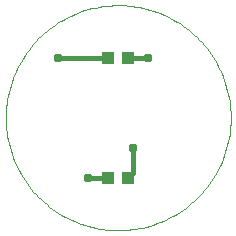
<source format=gtl>
G75*
%MOIN*%
%OFA0B0*%
%FSLAX24Y24*%
%IPPOS*%
%LPD*%
%AMOC8*
5,1,8,0,0,1.08239X$1,22.5*
%
%ADD10C,0.0010*%
%ADD11R,0.0433X0.0394*%
%ADD12C,0.0310*%
%ADD13C,0.0160*%
D10*
X000125Y003875D02*
X000127Y003997D01*
X000133Y004119D01*
X000143Y004241D01*
X000157Y004362D01*
X000175Y004483D01*
X000196Y004603D01*
X000222Y004722D01*
X000251Y004841D01*
X000285Y004958D01*
X000322Y005074D01*
X000363Y005189D01*
X000408Y005303D01*
X000456Y005415D01*
X000508Y005526D01*
X000563Y005634D01*
X000622Y005741D01*
X000685Y005846D01*
X000751Y005949D01*
X000820Y006049D01*
X000892Y006148D01*
X000968Y006244D01*
X001046Y006337D01*
X001128Y006428D01*
X001213Y006516D01*
X001300Y006601D01*
X001390Y006683D01*
X001483Y006763D01*
X001578Y006839D01*
X001676Y006912D01*
X001776Y006982D01*
X001878Y007049D01*
X001982Y007112D01*
X002089Y007172D01*
X002197Y007229D01*
X002307Y007281D01*
X002419Y007331D01*
X002532Y007376D01*
X002647Y007418D01*
X002763Y007456D01*
X002880Y007491D01*
X002998Y007521D01*
X003117Y007548D01*
X003237Y007570D01*
X003358Y007589D01*
X003479Y007604D01*
X003601Y007615D01*
X003722Y007622D01*
X003844Y007625D01*
X003967Y007624D01*
X004089Y007619D01*
X004210Y007610D01*
X004332Y007597D01*
X004453Y007580D01*
X004573Y007559D01*
X004692Y007535D01*
X004811Y007506D01*
X004929Y007474D01*
X005045Y007438D01*
X005161Y007398D01*
X005275Y007354D01*
X005387Y007307D01*
X005498Y007256D01*
X005607Y007201D01*
X005715Y007143D01*
X005820Y007081D01*
X005923Y007016D01*
X006025Y006948D01*
X006123Y006876D01*
X006220Y006801D01*
X006314Y006724D01*
X006405Y006643D01*
X006494Y006559D01*
X006580Y006472D01*
X006663Y006383D01*
X006743Y006291D01*
X006820Y006196D01*
X006894Y006099D01*
X006965Y005999D01*
X007033Y005898D01*
X007097Y005794D01*
X007158Y005688D01*
X007215Y005580D01*
X007269Y005471D01*
X007319Y005359D01*
X007365Y005246D01*
X007408Y005132D01*
X007447Y005016D01*
X007482Y004900D01*
X007514Y004782D01*
X007541Y004663D01*
X007565Y004543D01*
X007585Y004422D01*
X007601Y004301D01*
X007613Y004180D01*
X007621Y004058D01*
X007625Y003936D01*
X007625Y003814D01*
X007621Y003692D01*
X007613Y003570D01*
X007601Y003449D01*
X007585Y003328D01*
X007565Y003207D01*
X007541Y003087D01*
X007514Y002968D01*
X007482Y002850D01*
X007447Y002734D01*
X007408Y002618D01*
X007365Y002504D01*
X007319Y002391D01*
X007269Y002279D01*
X007215Y002170D01*
X007158Y002062D01*
X007097Y001956D01*
X007033Y001852D01*
X006965Y001751D01*
X006894Y001651D01*
X006820Y001554D01*
X006743Y001459D01*
X006663Y001367D01*
X006580Y001278D01*
X006494Y001191D01*
X006405Y001107D01*
X006314Y001026D01*
X006220Y000949D01*
X006123Y000874D01*
X006025Y000802D01*
X005923Y000734D01*
X005820Y000669D01*
X005715Y000607D01*
X005607Y000549D01*
X005498Y000494D01*
X005387Y000443D01*
X005275Y000396D01*
X005161Y000352D01*
X005045Y000312D01*
X004929Y000276D01*
X004811Y000244D01*
X004692Y000215D01*
X004573Y000191D01*
X004453Y000170D01*
X004332Y000153D01*
X004210Y000140D01*
X004089Y000131D01*
X003967Y000126D01*
X003844Y000125D01*
X003722Y000128D01*
X003601Y000135D01*
X003479Y000146D01*
X003358Y000161D01*
X003237Y000180D01*
X003117Y000202D01*
X002998Y000229D01*
X002880Y000259D01*
X002763Y000294D01*
X002647Y000332D01*
X002532Y000374D01*
X002419Y000419D01*
X002307Y000469D01*
X002197Y000521D01*
X002089Y000578D01*
X001982Y000638D01*
X001878Y000701D01*
X001776Y000768D01*
X001676Y000838D01*
X001578Y000911D01*
X001483Y000987D01*
X001390Y001067D01*
X001300Y001149D01*
X001213Y001234D01*
X001128Y001322D01*
X001046Y001413D01*
X000968Y001506D01*
X000892Y001602D01*
X000820Y001701D01*
X000751Y001801D01*
X000685Y001904D01*
X000622Y002009D01*
X000563Y002116D01*
X000508Y002224D01*
X000456Y002335D01*
X000408Y002447D01*
X000363Y002561D01*
X000322Y002676D01*
X000285Y002792D01*
X000251Y002909D01*
X000222Y003028D01*
X000196Y003147D01*
X000175Y003267D01*
X000157Y003388D01*
X000143Y003509D01*
X000133Y003631D01*
X000127Y003753D01*
X000125Y003875D01*
D11*
X003540Y001875D03*
X004210Y001875D03*
X004210Y005875D03*
X003540Y005875D03*
D12*
X002875Y001875D03*
X004375Y002875D03*
X004875Y005875D03*
X001875Y005875D03*
D13*
X003540Y005875D01*
X004210Y005875D02*
X004875Y005875D01*
X004375Y002875D02*
X004375Y002040D01*
X004210Y001875D01*
X003540Y001875D02*
X002875Y001875D01*
M02*

</source>
